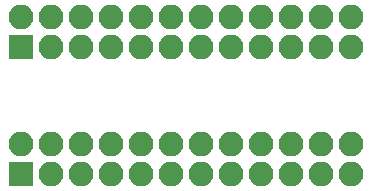
<source format=gts>
G04 #@! TF.FileFunction,Soldermask,Top*
%FSLAX46Y46*%
G04 Gerber Fmt 4.6, Leading zero omitted, Abs format (unit mm)*
G04 Created by KiCad (PCBNEW 4.0.7) date 04/07/18 14:14:12*
%MOMM*%
%LPD*%
G01*
G04 APERTURE LIST*
%ADD10C,0.100000*%
%ADD11R,2.100000X2.100000*%
%ADD12O,2.100000X2.100000*%
G04 APERTURE END LIST*
D10*
D11*
X3302000Y2413000D03*
D12*
X3302000Y4953000D03*
X5842000Y2413000D03*
X5842000Y4953000D03*
X8382000Y2413000D03*
X8382000Y4953000D03*
X10922000Y2413000D03*
X10922000Y4953000D03*
X13462000Y2413000D03*
X13462000Y4953000D03*
X16002000Y2413000D03*
X16002000Y4953000D03*
X18542000Y2413000D03*
X18542000Y4953000D03*
X21082000Y2413000D03*
X21082000Y4953000D03*
X23622000Y2413000D03*
X23622000Y4953000D03*
X26162000Y2413000D03*
X26162000Y4953000D03*
X28702000Y2413000D03*
X28702000Y4953000D03*
X31242000Y2413000D03*
X31242000Y4953000D03*
D11*
X3302000Y13208000D03*
D12*
X3302000Y15748000D03*
X5842000Y13208000D03*
X5842000Y15748000D03*
X8382000Y13208000D03*
X8382000Y15748000D03*
X10922000Y13208000D03*
X10922000Y15748000D03*
X13462000Y13208000D03*
X13462000Y15748000D03*
X16002000Y13208000D03*
X16002000Y15748000D03*
X18542000Y13208000D03*
X18542000Y15748000D03*
X21082000Y13208000D03*
X21082000Y15748000D03*
X23622000Y13208000D03*
X23622000Y15748000D03*
X26162000Y13208000D03*
X26162000Y15748000D03*
X28702000Y13208000D03*
X28702000Y15748000D03*
X31242000Y13208000D03*
X31242000Y15748000D03*
M02*

</source>
